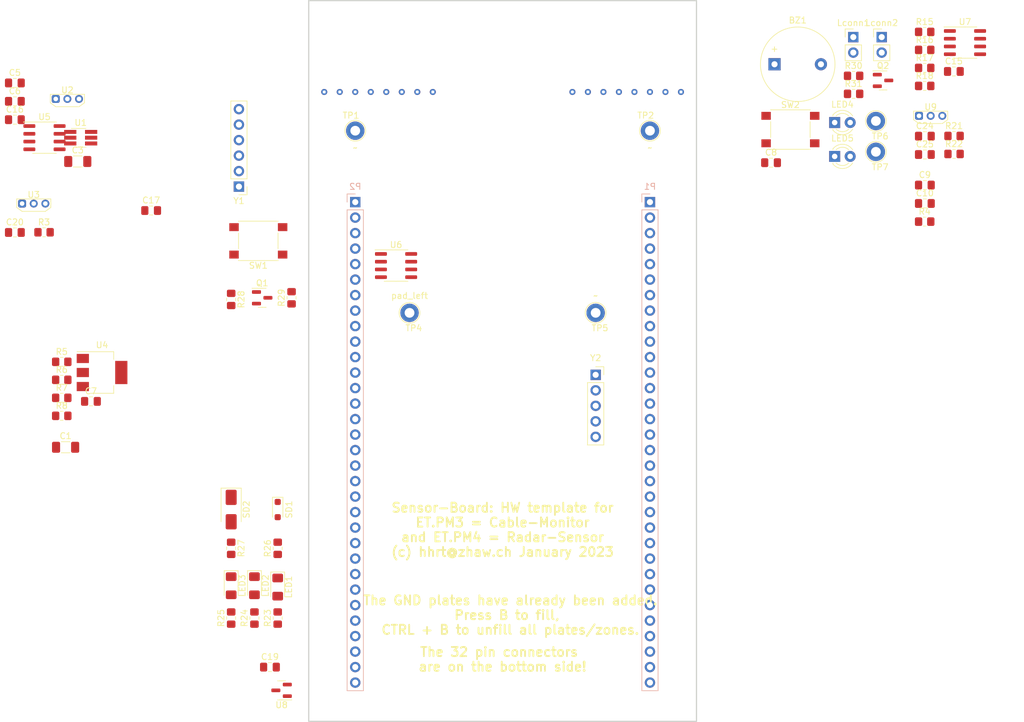
<source format=kicad_pcb>
(kicad_pcb (version 20221018) (generator pcbnew)
  (layers (0 "F.Cu" signal) (31 "B.Cu" signal) (34 "B.Paste" user) (35 "F.Paste" user) (36 "B.SilkS" user "B.Silkscreen") (37 "F.SilkS" user "F.Silkscreen") (38 "B.Mask" user) (39 "F.Mask" user) (44 "Edge.Cuts" user))
  (net 0 "")
  (net 1 "+5V")
  (net 2 "GND")
  (net 3 "PC13")
  (net 4 "PE5")
  (net 5 "PE3")
  (net 6 "PB7")
  (net 7 "Net-(LED1-A)")
  (net 8 "Net-(LED2-A)")
  (net 9 "PG14_")
  (net 10 "Net-(LED3-A)")
  (net 13 "PD4")
  (net 14 "PD2")
  (net 15 "PD0_")
  (net 16 "PC11")
  (net 26 "+3V0")
  (net 27 "PF6")
  (net 28 "PF8_")
  (net 31 "PC1_")
  (net 32 "PC3")
  (net 35 "PA5")
  (net 42 "PE7_")
  (net 43 "PE9_")
  (net 44 "PE11_")
  (net 45 "PE13_")
  (net 46 "PE15_")
  (net 50 "PD9_")
  (net 53 "PD15_")
  (net 54 "PG3")
  (net 55 "pad_left")
  (net 57 "pad_right")
  (net 67 "Net-(Q1-D)")
  (net 68 "Enable")
  (net 69 "VGND")
  (net 70 "Net-(SD1-A)")
  (net 71 "Net-(SD2-A)")
  (net 72 "Net-(C10-Pad1)")
  (net 73 "Net-(U4A--)")
  (net 74 "PE6")
  (net 75 "PA9")
  (net 76 "PA10")
  (net 77 "Net-(C8-Pad1)")
  (net 80 "Net-(C11-Pad1)")
  (net 83 "Net-(U4B--)")
  (net 84 "Net-(C9-Pad1)")
  (net 85 "Net-(BZ1-+)")
  (net 86 "Net-(U4-VI)")
  (net 87 "HS_left")
  (net 88 "HS_right")
  (net 89 "Net-(LED4-A)")
  (net 90 "Net-(LED5-A)")
  (net 91 "Net-(R15-Pad1)")
  (net 92 "Net-(U7A--)")
  (net 93 "Net-(C20-Pad1)")
  (net 94 "Net-(R17-Pad1)")
  (net 95 "Net-(U7B--)")
  (net 96 "Net-(C21-Pad1)")
  (net 99 "Net-(U5A--)")
  (net 100 "Net-(U5B--)")
  (net 101 "Net-(U6A--)")
  (net 102 "Net-(U6B--)")
  (net 103 "Net-(U7A-+)")
  (net 104 "Net-(U7B-+)")
  (footprint "Package_TO_SOT_SMD:TSOT-23-6_HandSoldering" (layer "F.Cu") (at 66.798 55.753)
    (fp_text reference "U1" (at 0 -2.45) (layer "F.SilkS"))
    (fp_text value "SiP32508")
    (pad "1" smd rect (at -1.71 -0.95) (size 2 0.65) (layers "F.Cu" "F.Paste" "F.Mask") (net 86 "Net-(U4-VI)"))
    (pad "2" smd rect (at -1.71 0) (size 2 0.65) (layers "F.Cu" "F.Paste" "F.Mask") (net 86 "Net-(U4-VI)"))
    (pad "3" smd rect (at -1.71 0.95) (size 2 0.65) (layers "F.Cu" "F.Paste" "F.Mask") (net 68 "Enable"))
    (pad "4" smd rect (at 1.71 0.95) (size 2 0.65) (layers "F.Cu" "F.Paste" "F.Mask") (net 2 "GND"))
    (pad "5" smd rect (at 1.71 0) (size 2 0.65) (layers "F.Cu" "F.Paste" "F.Mask") (net 1 "+5V"))
    (pad "6" smd rect (at 1.71 -0.95) (size 2 0.65) (layers "F.Cu" "F.Paste" "F.Mask") (net 1 "+5V"))
  )
  (footprint "Package_TO_SOT_SMD:SOT-23" (layer "F.Cu") (at 96.52 81.99)
    (fp_text reference "Q1" (at 0 -2.4) (layer "F.SilkS"))
    (fp_text value "BSS316N")
    (pad "1" smd roundrect (at -0.9375 -0.95) (size 1.475 0.6) (layers "F.Cu" "F.Paste" "F.Mask") (net 68 "Enable"))
    (pad "2" smd roundrect (at -0.9375 0.95) (size 1.475 0.6) (layers "F.Cu" "F.Paste" "F.Mask") (net 2 "GND"))
    (pad "3" smd roundrect (at 0.9375 0) (size 1.475 0.6) (layers "F.Cu" "F.Paste" "F.Mask") (net 67 "Net-(Q1-D)"))
  )
  (footprint "Package_SO:SOIC-8_3.9x4.9mm_P1.27mm" (layer "F.Cu") (at 60.868 55.753)
    (fp_text reference "U5" (at 0 -3.4) (layer "F.SilkS"))
    (fp_text value "MCP6002-xSN")
    (pad "1" smd roundrect (at -2.475 -1.905) (size 1.95 0.6) (layers "F.Cu" "F.Paste" "F.Mask") (net 99 "Net-(U5A--)"))
    (pad "2" smd roundrect (at -2.475 -0.635) (size 1.95 0.6) (layers "F.Cu" "F.Paste" "F.Mask") (net 99 "Net-(U5A--)"))
    (pad "3" smd roundrect (at -2.475 0.635) (size 1.95 0.6) (layers "F.Cu" "F.Paste" "F.Mask") (net 55 "pad_left"))
    (pad "4" smd roundrect (at -2.475 1.905) (size 1.95 0.6) (layers "F.Cu" "F.Paste" "F.Mask") (net 2 "GND"))
    (pad "5" smd roundrect (at 2.475 1.905) (size 1.95 0.6) (layers "F.Cu" "F.Paste" "F.Mask") (net 69 "VGND"))
    (pad "6" smd roundrect (at 2.475 0.635) (size 1.95 0.6) (layers "F.Cu" "F.Paste" "F.Mask") (net 100 "Net-(U5B--)"))
    (pad "7" smd roundrect (at 2.475 -0.635) (size 1.95 0.6) (layers "F.Cu" "F.Paste" "F.Mask") (net 27 "PF6"))
    (pad "8" smd roundrect (at 2.475 -1.905) (size 1.95 0.6) (layers "F.Cu" "F.Paste" "F.Mask") (net 26 "+3V0"))
  )
  (footprint "Capacitor_SMD:C_0805_2012Metric_Pad1.18x1.45mm_HandSolder" (layer "F.Cu") (at 56.018 71.283)
    (fp_text reference "C20" (at 0 -1.68) (layer "F.SilkS"))
    (fp_text value "100n")
    (pad "1" smd roundrect (at -1.0375 0) (size 1.175 1.45) (layers "F.Cu" "F.Paste" "F.Mask") (roundrect_rratio 0.212766) (net 26 "+3V0"))
    (pad "2" smd roundrect (at 1.0375 0) (size 1.175 1.45) (layers "F.Cu" "F.Paste" "F.Mask") (roundrect_rratio 0.212766) (net 2 "GND"))
  )
  (footprint "Resistor_SMD:R_0805_2012Metric_Pad1.20x1.40mm_HandSolder" (layer "F.Cu") (at 101.33 81.99 90)
    (fp_text reference "R29" (at 0 -1.65 90) (layer "F.SilkS"))
    (fp_text value "10")
    (pad "1" smd roundrect (at -1 0 90) (size 1.2 1.4) (layers "F.Cu" "F.Paste" "F.Mask") (roundrect_rratio 0.208333) (net 1 "+5V"))
    (pad "2" smd roundrect (at 1 0 90) (size 1.2 1.4) (layers "F.Cu" "F.Paste" "F.Mask") (roundrect_rratio 0.208333) (net 67 "Net-(Q1-D)"))
  )
  (footprint "Resistor_SMD:R_0805_2012Metric_Pad1.20x1.40mm_HandSolder" (layer "F.Cu") (at 95.25 134.4725 90)
    (fp_text reference "R24" (at 0 -1.65 90) (layer "F.SilkS"))
    (fp_text value "100")
    (pad "1" smd roundrect (at -1 0 90) (size 1.2 1.4) (layers "F.Cu" "F.Paste" "F.Mask") (roundrect_rratio 0.208333) (net 68 "Enable"))
    (pad "2" smd roundrect (at 1 0 90) (size 1.2 1.4) (layers "F.Cu" "F.Paste" "F.Mask") (roundrect_rratio 0.208333) (net 70 "Net-(SD1-A)"))
  )
  (footprint "Resistor_SMD:R_0805_2012Metric_Pad1.20x1.40mm_HandSolder" (layer "F.Cu") (at 209.82 58.42)
    (fp_text reference "R22" (at 0 -1.65) (layer "F.SilkS"))
    (fp_text value "47")
    (pad "1" smd roundrect (at -1 0) (size 1.2 1.4) (layers "F.Cu" "F.Paste" "F.Mask") (roundrect_rratio 0.208333) (net 68 "Enable"))
    (pad "2" smd roundrect (at 1 0) (size 1.2 1.4) (layers "F.Cu" "F.Paste" "F.Mask") (roundrect_rratio 0.208333) (net 8 "Net-(LED2-A)"))
  )
  (footprint "Package_SO:SOIC-8_3.9x4.9mm_P1.27mm" (layer "F.Cu") (at 118.4425 76.708)
    (fp_text reference "U6" (at 0 -3.4) (layer "F.SilkS"))
    (fp_text value "MCP6002-xSN")
    (pad "1" smd roundrect (at -2.475 -1.905) (size 1.95 0.6) (layers "F.Cu" "F.Paste" "F.Mask") (net 101 "Net-(U6A--)"))
    (pad "2" smd roundrect (at -2.475 -0.635) (size 1.95 0.6) (layers "F.Cu" "F.Paste" "F.Mask") (net 101 "Net-(U6A--)"))
    (pad "3" smd roundrect (at -2.475 0.635) (size 1.95 0.6) (layers "F.Cu" "F.Paste" "F.Mask") (net 57 "pad_right"))
    (pad "4" smd roundrect (at -2.475 1.905) (size 1.95 0.6) (layers "F.Cu" "F.Paste" "F.Mask") (net 26 "+3V0"))
    (pad "5" smd roundrect (at 2.475 1.905) (size 1.95 0.6) (layers "F.Cu" "F.Paste" "F.Mask") (net 69 "VGND"))
    (pad "6" smd roundrect (at 2.475 0.635) (size 1.95 0.6) (layers "F.Cu" "F.Paste" "F.Mask") (net 102 "Net-(U6B--)"))
    (pad "7" smd roundrect (at 2.475 -0.635) (size 1.95 0.6) (layers "F.Cu" "F.Paste" "F.Mask") (net 32 "PC3"))
    (pad "8" smd roundrect (at 2.475 -1.905) (size 1.95 0.6) (layers "F.Cu" "F.Paste" "F.Mask") (net 2 "GND"))
  )
  (footprint "Button_Switch_SMD:SW_SPST_PTS645" (layer "F.Cu") (at 95.885 72.66 180)
    (fp_text reference "SW1" (at 0 -4.05) (layer "F.SilkS"))
    (fp_text value "type=\"R\" model=\"SW_Push\" lib=\"\"")
    (pad "1" smd rect (at -3.98 -2.25 180) (size 1.55 1.3) (layers "F.Cu" "F.Paste" "F.Mask"))
    (pad "1" smd rect (at 3.98 -2.25 180) (size 1.55 1.3) (layers "F.Cu" "F.Paste" "F.Mask"))
    (pad "2" smd rect (at -3.98 2.25 180) (size 1.55 1.3) (layers "F.Cu" "F.Paste" "F.Mask"))
    (pad "2" smd rect (at 3.98 2.25 180) (size 1.55 1.3) (layers "F.Cu" "F.Paste" "F.Mask"))
  )
  (footprint "Capacitor_SMD:C_0805_2012Metric_Pad1.18x1.45mm_HandSolder" (layer "F.Cu") (at 205.04 66.53)
    (fp_text reference "C10" (at 0 -1.68) (layer "F.SilkS"))
    (fp_text value "100n")
    (pad "1" smd roundrect (at -1.0375 0) (size 1.175 1.45) (layers "F.Cu" "F.Paste" "F.Mask") (roundrect_rratio 0.212766) (net 26 "+3V0"))
    (pad "2" smd roundrect (at 1.0375 0) (size 1.175 1.45) (layers "F.Cu" "F.Paste" "F.Mask") (roundrect_rratio 0.212766) (net 2 "GND"))
  )
  (footprint "Resistor_SMD:R_0805_2012Metric_Pad1.20x1.40mm_HandSolder" (layer "F.Cu") (at 193.37 48.57)
    (fp_text reference "R31" (at 0 -1.65) (layer "F.SilkS"))
    (fp_text value "62")
    (pad "1" smd roundrect (at -1 0) (size 1.2 1.4) (layers "F.Cu" "F.Paste" "F.Mask") (roundrect_rratio 0.208333) (net 5 "PE3"))
    (pad "2" smd roundrect (at 1 0) (size 1.2 1.4) (layers "F.Cu" "F.Paste" "F.Mask") (roundrect_rratio 0.208333) (net 90 "Net-(LED5-A)"))
  )
  (footprint "LED_SMD:LED_1206_3216Metric_Pad1.42x1.75mm_HandSolder" (layer "F.Cu") (at 95.25 129.175 -90)
    (fp_text reference "LED2" (at 0 -1.82 90) (layer "F.SilkS"))
    (fp_text value "LEDgreen")
    (pad "1" smd roundrect (at -1.4875 0 270) (size 1.425 1.75) (layers "F.Cu" "F.Paste" "F.Mask") (roundrect_rratio 0.175439) (net 2 "GND"))
    (pad "2" smd roundrect (at 1.4875 0 270) (size 1.425 1.75) (layers "F.Cu" "F.Paste" "F.Mask") (roundrect_rratio 0.175439) (net 8 "Net-(LED2-A)"))
  )
  (footprint "TestPoint:TestPoint_Loop_D2.60mm_Drill1.6mm_Beaded" (layer "F.Cu") (at 197.02 58.07)
    (fp_text reference "TP7" (at 0.7 2.5) (layer "F.SilkS"))
    (fp_text value "HS_right")
    (pad "1" thru_hole circle (at 0 0) (size 3 3) (drill 1.6) (layers "*.Cu" "*.Mask") (net 31 "PC1_"))
  )
  (footprint "HW_template:Radar_K-LC5" (layer "F.Cu") (at 151.13 94.615)
    (fp_text reference "Y2" (at 0 -2.77) (layer "F.SilkS"))
    (fp_text value "Radar K-LC5-RFB-00C")
    (pad "1" thru_hole rect (at 0 0) (size 1.7 1.7) (drill 1) (layers "*.Cu" "*.Mask"))
    (pad "2" thru_hole oval (at 0 2.54) (size 1.7 1.7) (drill 1) (layers "*.Cu" "*.Mask") (net 26 "+3V0"))
    (pad "3" thru_hole oval (at 0 5.08) (size 1.7 1.7) (drill 1) (layers "*.Cu" "*.Mask"))
    (pad "4" thru_hole oval (at 0 7.62) (size 1.7 1.7) (drill 1) (layers "*.Cu" "*.Mask") (net 2 "GND"))
    (pad "5" thru_hole oval (at 0 10.16) (size 1.7 1.7) (drill 1) (layers "*.Cu" "*.Mask") (net 35 "PA5"))
  )
  (footprint "HW_template:TO-92Flat_wide" (layer "F.Cu") (at 57.838 66.553)
    (fp_text reference "U3" (at 1.27 -1.45) (layer "F.SilkS"))
    (fp_text value "DRV5053_THT")
    (pad "1" thru_hole roundrect (at -0.635 0) (size 1.3 1.3) (drill 0.75) (layers "*.Cu" "*.Mask") (roundrect_rratio 0.238) (net 26 "+3V0"))
    (pad "2" thru_hole oval (at 1.27 0) (size 1.3 1.3) (drill 0.75) (layers "*.Cu" "*.Mask") (net 2 "GND"))
    (pad "3" thru_hole oval (at 3.175 0) (size 1.3 1.3) (drill 0.75) (layers "*.Cu" "*.Mask") (net 88 "HS_right"))
  )
  (footprint "TestPoint:TestPoint_Loop_D2.60mm_Drill1.6mm_Beaded" (layer "F.Cu") (at 120.65 84.455)
    (fp_text reference "TP4" (at 0.7 2.5) (layer "F.SilkS"))
    (fp_text value "pad_left" (at 0 -2.8) (layer "F.SilkS"))
    (pad "1" thru_hole circle (at 0 0) (size 3 3) (drill 1.6) (layers "*.Cu" "*.Mask") (net 27 "PF6"))
  )
  (footprint "Diode_SMD:D_SOD-323_HandSoldering" (layer "F.Cu") (at 99.06 116.6925 -90)
    (fp_text reference "SD1" (at 0 -1.85 90) (layer "F.SilkS"))
    (fp_text value "SD103AWS")
    (pad "1" smd roundrect (at -1.25 0 270) (size 1 1) (layers "F.Cu" "F.Paste" "F.Mask") (net 2 "GND"))
    (pad "2" smd roundrect (at 1.25 0 270) (size 1 1) (layers "F.Cu" "F.Paste" "F.Mask") (net 70 "Net-(SD1-A)"))
  )
  (footprint "Capacitor_SMD:C_0805_2012Metric_Pad1.18x1.45mm_HandSolder" (layer "F.Cu") (at 78.3375 67.691)
    (fp_text reference "C17" (at 0 -1.68) (layer "F.SilkS"))
    (fp_text value "100nF")
    (pad "1" smd roundrect (at -1.0375 0) (size 1.175 1.45) (layers "F.Cu" "F.Paste" "F.Mask") (roundrect_rratio 0.212766) (net 2 "GND"))
    (pad "2" smd roundrect (at 1.0375 0) (size 1.175 1.45) (layers "F.Cu" "F.Paste" "F.Mask") (roundrect_rratio 0.212766) (net 26 "+3V0"))
  )
  (footprint "Resistor_SMD:R_0805_2012Metric_Pad1.20x1.40mm_HandSolder" (layer "F.Cu") (at 205.01 44.32)
    (fp_text reference "R17" (at 0 -1.65) (layer "F.SilkS"))
    (fp_text value "1M")
    (pad "1" smd roundrect (at -1 0) (size 1.2 1.4) (layers "F.Cu" "F.Paste" "F.Mask") (roundrect_rratio 0.208333) (net 94 "Net-(R17-Pad1)"))
    (pad "2" smd roundrect (at 1 0) (size 1.2 1.4) (layers "F.Cu" "F.Paste" "F.Mask") (roundrect_rratio 0.208333) (net 95 "Net-(U7B--)"))
  )
  (footprint "Resistor_SMD:R_0805_2012Metric_Pad1.20x1.40mm_HandSolder" (layer "F.Cu") (at 209.82 55.47)
    (fp_text reference "R21" (at 0 -1.65) (layer "F.SilkS"))
    (fp_text value "65")
    (pad "1" smd roundrect (at -1 0) (size 1.2 1.4) (layers "F.Cu" "F.Paste" "F.Mask") (roundrect_rratio 0.208333) (net 68 "Enable"))
    (pad "2" smd roundrect (at 1 0) (size 1.2 1.4) (layers "F.Cu" "F.Paste" "F.Mask") (roundrect_rratio 0.208333) (net 7 "Net-(LED1-A)"))
  )
  (footprint "Resistor_SMD:R_0805_2012Metric_Pad1.20x1.40mm_HandSolder" (layer "F.Cu") (at 63.696 95.434)
    (fp_text reference "R6" (at 0 -1.65) (layer "F.SilkS"))
    (fp_text value "1k")
    (pad "1" smd roundrect (at -1 0) (size 1.2 1.4) (layers "F.Cu" "F.Paste" "F.Mask") (roundrect_rratio 0.208333) (net 73 "Net-(U4A--)"))
    (pad "2" smd roundrect (at 1 0) (size 1.2 1.4) (layers "F.Cu" "F.Paste" "F.Mask") (roundrect_rratio 0.208333) (net 77 "Net-(C8-Pad1)"))
  )
  (footprint "Capacitor_SMD:C_0805_2012Metric_Pad1.18x1.45mm_HandSolder" (layer "F.Cu") (at 205.04 63.52)
    (fp_text reference "C9" (at 0 -1.68) (layer "F.SilkS"))
    (fp_text value "100n")
    (pad "1" smd roundrect (at -1.0375 0) (size 1.175 1.45) (layers "F.Cu" "F.Paste" "F.Mask") (roundrect_rratio 0.212766) (net 26 "+3V0"))
    (pad "2" smd roundrect (at 1.0375 0) (size 1.175 1.45) (layers "F.Cu" "F.Paste" "F.Mask") (roundrect_rratio 0.212766) (net 2 "GND"))
  )
  (footprint "Resistor_SMD:R_0805_2012Metric_Pad1.20x1.40mm_HandSolder" (layer "F.Cu") (at 60.798 71.253)
    (fp_text reference "R3" (at 0 -1.65) (layer "F.SilkS"))
    (fp_text value "1M")
    (pad "1" smd roundrect (at -1 0) (size 1.2 1.4) (layers "F.Cu" "F.Paste" "F.Mask") (roundrect_rratio 0.208333) (net 55 "pad_left"))
    (pad "2" smd roundrect (at 1 0) (size 1.2 1.4) (layers "F.Cu" "F.Paste" "F.Mask") (roundrect_rratio 0.208333) (net 69 "VGND"))
  )
  (footprint "Capacitor_SMD:C_0805_2012Metric_Pad1.18x1.45mm_HandSolder" (layer "F.Cu") (at 56.018 52.803)
    (fp_text reference "C16" (at 0 -1.68) (layer "F.SilkS"))
    (fp_text value "100nF")
    (pad "1" smd roundrect (at -1.0375 0) (size 1.175 1.45) (layers "F.Cu" "F.Paste" "F.Mask") (roundrect_rratio 0.212766) (net 2 "GND"))
    (pad "2" smd roundrect (at 1.0375 0) (size 1.175 1.45) (layers "F.Cu" "F.Paste" "F.Mask") (roundrect_rratio 0.212766) (net 26 "+3V0"))
  )
  (footprint "HW_template:TO-92Flat_wide" (layer "F.Cu") (at 63.348 49.403)
    (fp_text reference "U2" (at 1.27 -1.45) (layer "F.SilkS"))
    (fp_text value "DRV5053_THT")
    (pad "1" thru_hole roundrect (at -0.635 0) (size 1.3 1.3) (drill 0.75) (layers "*.Cu" "*.Mask") (roundrect_rratio 0.238) (net 26 "+3V0"))
    (pad "2" thru_hole oval (at 1.27 0) (size 1.3 1.3) (drill 0.75) (layers "*.Cu" "*.Mask") (net 2 "GND"))
    (pad "3" thru_hole oval (at 3.175 0) (size 1.3 1.3) (drill 0.75) (layers "*.Cu" "*.Mask") (net 87 "HS_left"))
  )
  (footprint "TestPoint:TestPoint_Loop_D2.60mm_Drill1.6mm_Beaded" (layer "F.Cu") (at 160.02 54.61 180)
    (fp_text reference "TP2" (at 0.7 2.5) (layer "F.SilkS"))
    (fp_text value "~" (at 0 -2.8) (layer "F.SilkS"))
    (pad "1" thru_hole circle (at 0 0 180) (size 3 3) (drill 1.6) (layers "*.Cu" "*.Mask") (net 2 "GND"))
  )
  (footprint "Resistor_SMD:R_0805_2012Metric_Pad1.20x1.40mm_HandSolder" (layer "F.Cu") (at 63.696 98.384)
    (fp_text reference "R7" (at 0 -1.65) (layer "F.SilkS"))
    (fp_text value "100k")
    (pad "1" smd roundrect (at -1 0) (size 1.2 1.4) (layers "F.Cu" "F.Paste" "F.Mask") (roundrect_rratio 0.208333) (net 80 "Net-(C11-Pad1)"))
    (pad "2" smd roundrect (at 1 0) (size 1.2 1.4) (layers "F.Cu" "F.Paste" "F.Mask") (roundrect_rratio 0.208333) (net 83 "Net-(U4B--)"))
  )
  (footprint "Resistor_SMD:R_0805_2012Metric_Pad1.20x1.40mm_HandSolder" (layer "F.Cu") (at 205.01 69.51)
    (fp_text reference "R4" (at 0 -1.65) (layer "F.SilkS"))
    (fp_text value "1M")
    (pad "1" smd roundrect (at -1 0) (size 1.2 1.4) (layers "F.Cu" "F.Paste" "F.Mask") (roundrect_rratio 0.208333) (net 55 "pad_left"))
    (pad "2" smd roundrect (at 1 0) (size 1.2 1.4) (layers "F.Cu" "F.Paste" "F.Mask") (roundrect_rratio 0.208333) (net 69 "VGND"))
  )
  (footprint "Resistor_SMD:R_0805_2012Metric_Pad1.20x1.40mm_HandSolder" (layer "F.Cu") (at 193.37 45.62)
    (fp_text reference "R30" (at 0 -1.65) (layer "F.SilkS"))
    (fp_text value "62")
    (pad "1" smd roundrect (at -1 0) (size 1.2 1.4) (layers "F.Cu" "F.Paste" "F.Mask") (roundrect_rratio 0.208333) (net 4 "PE5"))
    (pad "2" smd roundrect (at 1 0) (size 1.2 1.4) (layers "F.Cu" "F.Paste" "F.Mask") (roundrect_rratio 0.208333) (net 89 "Net-(LED4-A)"))
  )
  (footprint "Resistor_SMD:R_0805_2012Metric_Pad1.20x1.40mm_HandSolder" (layer "F.Cu") (at 205.01 38.42)
    (fp_text reference "R15" (at 0 -1.65) (layer "F.SilkS"))
    (fp_text value "1M")
    (pad "1" smd roundrect (at -1 0) (size 1.2 1.4) (layers "F.Cu" "F.Paste" "F.Mask") (roundrect_rratio 0.208333) (net 91 "Net-(R15-Pad1)"))
    (pad "2" smd roundrect (at 1 0) (size 1.2 1.4) (layers "F.Cu" "F.Paste" "F.Mask") (roundrect_rratio 0.208333) (net 92 "Net-(U7A--)"))
  )
  (footprint "Capacitor_SMD:C_0805_2012Metric_Pad1.18x1.45mm_HandSolder" (layer "F.Cu") (at 205.04 55.5)
    (fp_text reference "C24" (at 0 -1.68) (layer "F.SilkS"))
    (fp_text value "100nF")
    (pad "1" smd roundrect (at -1.0375 0) (size 1.175 1.45) (layers "F.Cu" "F.Paste" "F.Mask") (roundrect_rratio 0.212766) (net 2 "GND"))
    (pad "2" smd roundrect (at 1.0375 0) (size 1.175 1.45) (layers "F.Cu" "F.Paste" "F.Mask") (roundrect_rratio 0.212766) (net 26 "+3V0"))
  )
  (footprint "Capacitor_SMD:C_0805_2012Metric_Pad1.18x1.45mm_HandSolder" (layer "F.Cu") (at 97.79 142.51)
    (fp_text reference "C19" (at 0 -1.68) (layer "F.SilkS"))
    (fp_text value "100nF")
    (pad "1" smd roundrect (at -1.0375 0) (size 1.175 1.45) (layers "F.Cu" "F.Paste" "F.Mask") (roundrect_rratio 0.212766) (net 2 "GND"))
    (pad "2" smd roundrect (at 1.0375 0) (size 1.175 1.45) (layers "F.Cu" "F.Paste" "F.Mask") (roundrect_rratio 0.212766) (net 26 "+3V0"))
  )
  (footprint "Resistor_SMD:R_0805_2012Metric_Pad1.20x1.40mm_HandSolder" (layer "F.Cu") (at 99.06 123.0425 90)
    (fp_text reference "R26" (at 0 -1.65 90) (layer "F.SilkS"))
    (fp_text value "100k")
    (pad "1" smd roundrect (at -1 0 90) (size 1.2 1.4) (layers "F.Cu" "F.Paste" "F.Mask") (roundrect_rratio 0.208333) (net 68 "Enable"))
    (pad "2" smd roundrect (at 1 0 90) (size 1.2 1.4) (layers "F.Cu" "F.Paste" "F.Mask") (roundrect_rratio 0.208333) (net 2 "GND"))
  )
  (footprint "Capacitor_SMD:C_0805_2012Metric_Pad1.18x1.45mm_HandSolder" (layer "F.Cu") (at 56.018 46.783)
    (fp_text reference "C5" (at 0 -1.68) (layer "F.SilkS"))
    (fp_text value "100nF")
    (pad "1" smd roundrect (at -1.0375 0) (size 1.175 1.45) (layers "F.Cu" "F.Paste" "F.Mask") (roundrect_rratio 0.212766) (net 2 "GND"))
    (pad "2" smd roundrect (at 1.0375 0) (size 1.175 1.45) (layers "F.Cu" "F.Paste" "F.Mask") (roundrect_rratio 0.212766) (net 26 "+3V0"))
  )
  (footprint "Package_TO_SOT_SMD:SOT-223-3_TabPin2" (layer "F.Cu") (at 70.296 94.234)
    (fp_text reference "U4" (at 0 -4.5) (layer "F.SilkS"))
    (fp_text value "LD1117S33TR")
    (pad "1" smd rect (at -3.15 -2.3) (size 2 1.5) (layers "F.Cu" "F.Paste" "F.Mask") (net 2 "GND"))
    (pad "2" smd rect (at -3.15 0) (size 2 1.5) (layers "F.Cu" "F.Paste" "F.Mask") (net 26 "+3V0"))
    (pad "2" smd rect (at 3.15 0) (size 2 3.8) (layers "F.Cu" "F.Paste" "F.Mask") (net 26 "+3V0"))
    (pad "3" smd rect (at -3.15 2.3) (size 2 1.5) (layers "F.Cu" "F.Paste" "F.Mask") (net 86 "Net-(U4-VI)"))
  )
  (footprint "LED_SMD:LED_1206_3216Metric_Pad1.42x1.75mm_HandSolder" (layer "F.Cu") (at 99.06 129.3925 -90)
    (fp_text reference "LED1" (at 0 -1.82 90) (layer "F.SilkS"))
    (fp_text value "LEDblue")
    (pad "1" smd roundrect (at -1.4875 0 270) (size 1.425 1.75) (layers "F.Cu" "F.Paste" "F.Mask") (roundrect_rratio 0.175439) (net 2 "GND"))
    (pad "2" smd roundrect (at 1.4875 0 270) (size 1.425 1.75) (layers "F.Cu" "F.Paste" "F.Mask") (roundrect_rratio 0.175439) (net 7 "Net-(LED1-A)"))
  )
  (footprint "Resistor_SMD:R_0805_2012Metric_Pad1.20x1.40mm_HandSolder" (layer "F.Cu") (at 91.44 134.4725 90)
    (fp_text reference "R25" (at 0 -1.65 90) (layer "F.SilkS"))
    (fp_text value "100")
    (pad "1" smd roundrect (at -1 0 90) (size 1.2 1.4) (layers "F.Cu" "F.Paste" "F.Mask") (roundrect_rratio 0.208333) (net 68 "Enable"))
    (pad "2" smd roundrect (at 1 0 90) (size 1.2 1.4) (layers "F.Cu" "F.Paste" "F.Mask") (roundrect_rratio 0.208333) (net 71 "Net-(SD2-A)"))
  )
  (footprint "LED_SMD:LED_1206_3216Metric_Pad1.42x1.75mm_HandSolder" (layer "F.Cu") (at 91.44 129.175 -90)
    (fp_text reference "LED3" (at 0 -1.82 90) (layer "F.SilkS"))
    (fp_text value "LEDred")
    (pad "1" smd roundrect (at -1.4875 0 270) (size 1.425 1.75) (layers "F.Cu" "F.Paste" "F.Mask") (roundrect_rratio 0.175439) (net 2 "GND"))
    (pad "2" smd roundrect (at 1.4875 0 270) (size 1.425 1.75) (layers "F.Cu" "F.Paste" "F.Mask") (roundrect_rratio 0.175439) (net 10 "Net-(LED3-A)"))
  )
  (footprint "Connector_PinHeader_2.54mm:PinHeader_1x06_P2.54mm_Vertical" (layer "F.Cu") (at 92.71 63.77 180)
    (fp_text reference "Y1" (at 0 -2.33) (layer "F.SilkS"))
    (fp_text value "OpenLog")
    (pad "1" thru_hole rect (at 0 0 180) (size 1.7 1.7) (drill 1) (layers "*.Cu" "*.Mask") (net 74 "PE6"))
    (pad "2" thru_hole oval (at 0 2.54 180) (size 1.7 1.7) (drill 1) (layers "*.Cu" "*.Mask") (net 75 "PA9"))
    (pad "3" thru_hole oval (at 0 5.08 180) (size 1.7 1.7) (drill 1) (layers "*.Cu" "*.Mask") (net 76 "PA10"))
    (pad "4" thru_hole oval (at 0 7.62 180) (size 1.7 1.7) (drill 1) (layers "*.Cu" "*.Mask") (net 1 "+5V"))
    (pad "5" thru_hole oval (at 0 10.16 180) (size 1.7 1.7) (drill 1) (layers "*.Cu" "*.Mask") (net 2 "GND"))
    (pad "6" thru_hole oval (at 0 12.7 180) (size 1.7 1.7) (drill 1) (layers "*.Cu" "*.Mask") (net 2 "GND"))
  )
  (footprint "Capacitor_SMD:C_0805_2012Metric_Pad1.18x1.45mm_HandSolder" (layer "F.Cu") (at 209.79 44.9)
    (fp_text reference "C15" (at 0 -1.68) (layer "F.SilkS"))
    (fp_text value "100n")
    (pad "1" smd roundrect (at -1.0375 0) (size 1.175 1.45) (layers "F.Cu" "F.Paste" "F.Mask") (roundrect_rratio 0.212766) (net 26 "+3V0"))
    (pad "2" smd roundrect (at 1.0375 0) (size 1.175 1.45) (layers "F.Cu" "F.Paste" "F.Mask") (roundrect_rratio 0.212766) (net 2 "GND"))
  )
  (footprint "Resistor_SMD:R_0805_2012Metric_Pad1.20x1.40mm_HandSolder" (layer "F.Cu") (at 205.01 41.37)
    (fp_text reference "R16" (at 0 -1.65) (layer "F.SilkS"))
    (fp_text value "1k")
    (pad "1" smd roundrect (at -1 0) (size 1.2 1.4) (layers "F.Cu" "F.Paste" "F.Mask") (roundrect_rratio 0.208333) (net 92 "Net-(U7A--)"))
    (pad "2" smd roundrect (at 1 0) (size 1.2 1.4) (layers "F.Cu" "F.Paste" "F.Mask") (roundrect_rratio 0.208333) (net 93 "Net-(C20-Pad1)"))
  )
  (footprint "TestPoint:TestPoint_Loop_D2.60mm_Drill1.6mm_Beaded" (layer "F.Cu") (at 151.13 84.455)
    (fp_text reference "TP5" (at 0.7 2.5) (layer "F.SilkS"))
    (fp_text value "~" (at 0 -2.8) (layer "F.SilkS"))
    (pad "1" thru_hole circle (at 0 0) (size 3 3) (drill 1.6) (layers "*.Cu" "*.Mask") (net 32 "PC3"))
  )
  (footprint "Capacitor_SMD:C_1206_3216Metric_Pad1.33x1.80mm_HandSolder" (layer "F.Cu") (at 64.326 106.484)
    (fp_text reference "C1" (at 0 -1.85) (layer "F.SilkS"))
    (fp_text value "100uF")
    (pad "1" smd roundrect (at -1.5625 0) (size 1.325 1.8) (layers "F.Cu" "F.Paste" "F.Mask") (roundrect_rratio 0.188679) (net 26 "+3V0"))
    (pad "2" smd roundrect (at 1.5625 0) (size 1.325 1.8) (layers "F.Cu" "F.Paste" "F.Mask") (roundrect_rratio 0.188679) (net 2 "GND"))
  )
  (footprint "Capacitor_SMD:C_0805_2012Metric_Pad1.18x1.45mm_HandSolder" (layer "F.Cu") (at 179.85 59.85)
    (fp_text reference "C8" (at 0 -1.68) (layer "F.SilkS"))
    (fp_text value "10uF")
    (pad "1" smd roundrect (at -1.0375 0) (size 1.175 1.45) (layers "F.Cu" "F.Paste" "F.Mask") (roundrect_rratio 0.212766) (net 26 "+3V0"))
    (pad "2" smd roundrect (at 1.0375 0) (size 1.175 1.45) (layers "F.Cu" "F.Paste" "F.Mask") (roundrect_rratio 0.212766) (net 2 "GND"))
  )
  (footprint "Resistor_SMD:R_0805_2012Metric_Pad1.20x1.40mm_HandSolder" (layer "F.Cu") (at 99.06 134.4725 90)
    (fp_text reference "R23" (at 0 -1.65 90) (layer "F.SilkS"))
    (fp_text value "100")
    (pad "1" smd roundrect (at -1 0 90) (size 1.2 1.4) (layers "F.Cu" "F.Paste" "F.Mask") (roundrect_rratio 0.208333) (net 68 "Enable"))
    (pad "2" smd roundrect (at 1 0 90) (size 1.2 1.4) (layers "F.Cu" "F.Paste" "F.Mask") (roundrect_rratio 0.208333) (net 10 "Net-(LED3-A)"))
  )
  (footprint "Button_Switch_SMD:SW_SPST_PTS645" (layer "F.Cu") (at 183.02 54.42)
    (fp_text reference "SW2" (at 0 -4.05) (layer "F.SilkS"))
    (fp_text value "type=\"R\" model=\"SW_Push\" lib=\"\"")
    (pad "1" smd rect (at -3.98 -2.25) (size 1.55 1.3) (layers "F.Cu" "F.Paste" "F.Mask"))
    (pad "1" smd rect (at 3.98 -2.25) (size 1.55 1.3) (layers "F.Cu" "F.Paste" "F.Mask"))
    (pad "2" smd rect (at -3.98 2.25) (size 1.55 1.3) (layers "F.Cu" "F.Paste" "F.Mask"))
    (pad "2" smd rect (at 3.98 2.25) (size 1.55 1.3) (layers "F.Cu" "F.Paste" "F.Mask"))
  )
  (footprint "Buzzer_Beeper:Buzzer_12x9.5RM7.6" (layer "F.Cu") (at 180.42 43.72)
    (fp_text reference "BZ1" (at 3.8 -7.2) (layer "F.SilkS"))
    (fp_text value "Buzzer")
    (fp_text user "+" (at -0.01 -2.54) (layer "F.SilkS"))
    (pad "1" thru_hole rect (at 0 0) (size 2 2) (drill 1) (layers "*.Cu" "*.Mask") (net 1 "+5V"))
    (pad "2" thru_hole circle (at 7.6 0) (size 2 2) (drill 1) (layers "*.Cu" "*.Mask") (net 85 "Net-(BZ1-+)"))
  )
  (footprint "Resistor_SMD:R_0805_2012Metric_Pad1.20x1.40mm_HandSolder" (layer "F.Cu") (at 91.44 123.0425 -90)
    (fp_text reference "R27" (at 0 -1.65 90) (layer "F.SilkS"))
    (fp_text value "10")
    (pad "1" smd roundrect (at -1 0 270) (size 1.2 1.4) (layers "F.Cu" "F.Paste" "F.Mask") (roundrect_rratio 0.208333) (net 1 "+5V"))
    (pad "2" smd roundrect (at 1 0 270) (size 1.2 1.4) (layers "F.Cu" "F.Paste" "F.Mask") (roundrect_rratio 0.208333) (net 67 "Net-(Q1-D)"))
  )
  (footprint "Diode_SMD:D_SMA" (layer "F.Cu") (at 91.44 116.6925 -90)
    (fp_text reference "SD2" (at 0 -2.5 90) (layer "F.SilkS"))
    (fp_text value "SS13L")
    (pad "1" smd roundrect (at -2 0 270) (size 2.5 1.8) (layers "F.Cu" "F.Paste" "F.Mask") (roundrect_rratio 0.1388888889) (net 2 "GND"))
    (pad "2" smd roundrect (at 2 0 270) (size 2.5 1.8) (layers "F.Cu" "F.Paste" "F.Mask") (roundrect_rratio 0.1388888889) (net 71 "Net-(SD2-A)"))
  )
  (footprint "LED_THT:LED_D3.0mm" (layer "F.Cu") (at 190.27 53.27)
    (fp_text reference "LED4" (at 1.27 -2.96) (layer "F.SilkS"))
    (fp_text value "LEDred_3mm")
    (pad "1" thru_hole rect (at 0 0) (size 1.8 1.8) (drill 0.9) (layers "*.Cu" "*.Mask") (net 2 "GND"))
    (pad "2" thru_hole circle (at 2.54 0) (size 1.8 1.8) (drill 0.9) (layers "*.Cu" "*.Mask") (net 89 "Net-(LED4-A)"))
  )
  (footprint "Capacitor_SMD:C_0805_2012Metric_Pad1.18x1.45mm_HandSolder" (layer "F.Cu") (at 205.04 58.51)
    (fp_text reference "C25" (at 0 -1.68) (layer "F.SilkS"))
    (fp_text value "100nF")
    (pad "1" smd roundrect (at -1.0375 0) (size 1.175 1.45) (layers "F.Cu" "F.Paste" "F.Mask") (roundrect_rratio 0.212766) (net 2 "GND"))
    (pad "2" smd roundrect (at 1.0375 0) (size 1.175 1.45) (layers "F.Cu" "F.Paste" "F.Mask") (roundrect_rratio 0.212766) (net 26 "+3V0"))
  )
  (footprint "TestPoint:TestPoint_Loop_D2.60mm_Drill1.6mm_Beaded" (layer "F.Cu") (at 197.02 53.02)
    (fp_text reference "TP6" (at 0.7 2.5) (layer "F.SilkS"))
    (fp_text value "HS_left")
    (pad "1" thru_hole circle (at 0 0) (size 3 3) (drill 1.6) (layers "*.Cu" "*.Mask") (net 28 "PF8_"))
  )
  (footprint "Resistor_SMD:R_0805_2012Metric_Pad1.20x1.40mm_HandSolder" (layer "F.Cu") (at 63.696 92.484)
    (fp_text reference "R5" (at 0 -1.65) (layer "F.SilkS"))
    (fp_text value "220k")
    (pad "1" smd roundrect (at -1 0) (size 1.2 1.4) (layers "F.Cu" "F.Paste" "F.Mask") (roundrect_rratio 0.208333) (net 72 "Net-(C10-Pad1)"))
    (pad "2" smd roundrect (at 1 0) (size 1.2 1.4) (layers "F.Cu" "F.Paste" "F.Mask") (roundrect_rratio 0.208333) (net 73 "Net-(U4A--)"))
  )
  (footprint "Resistor_SMD:R_0805_2012Metric_Pad1.20x1.40mm_HandSolder" (layer "F.Cu") (at 63.696 101.334)
    (fp_text reference "R8" (at 0 -1.65) (layer "F.SilkS"))
    (fp_text value "1k")
    (pad "1" smd roundrect (at -1 0) (size 1.2 1.4) (layers "F.Cu" "F.Paste" "F.Mask") (roundrect_rratio 0.208333) (net 83 "Net-(U4B--)"))
    (pad "2" smd roundrect (at 1 0) (size 1.2 1.4) (layers "F.Cu" "F.Paste" "F.Mask") (roundrect_rratio 0.208333) (net 84 "Net-(C9-Pad1)"))
  )
  (footprint "Package_TO_SOT_SMD:SOT-23" (layer "F.Cu") (at 99.695 146.32 180)
    (fp_text reference "U8" (at 0 -2.4 180) (layer "F.SilkS"))
    (fp_text value "type=\"R\" model=\"DRV5053_SMD\" lib=\"\"")
    (pad "1" smd roundrect (at -0.9375 -0.95 180) (size 1.475 0.6) (layers "F.Cu" "F.Paste" "F.Mask") (net 26 "+3V0"))
    (pad "2" smd roundrect (at -0.9375 0.95 180) (size 1.475 0.6) (layers "F.Cu" "F.Paste" "F.Mask"))
    (pad "3" smd roundrect (at 0.9375 0 180) (size 1.475 0.6) (layers "F.Cu" "F.Paste" "F.Mask") (net 2 "GND"))
  )
  (footprint "Resistor_SMD:R_0805_2012Metric_Pad1.20x1.40mm_HandSolder" (layer "F.Cu") (at 205.01 47.27)
    (fp_text reference "R18" (at 0 -1.65) (layer "F.SilkS"))
    (fp_text value "1k")
    (pad "1" smd roundrect (at -1 0) (size 1.2 1.4) (layers "F.Cu" "F.Paste" "F.Mask") (roundrect_rratio 0.208333) (net 95 "Net-(U7B--)"))
    (pad "2" smd roundrect (at 1 0) (size 1.2 1.4) (layers "F.Cu" "F.Paste" "F.Mask") (roundrect_rratio 0.208333) (net 96 "Net-(C21-Pad1)"))
  )
  (footprint "Package_TO_SOT_SMD:SOT-23" (layer "F.Cu") (at 198.19 46.37)
    (fp_text reference "Q2" (at 0 -2.4) (layer "F.SilkS"))
    (fp_text value "BSS316N")
    (pad "1" smd roundrect (at -0.9375 -0.95) (size 1.475 0.6) (layers "F.Cu" "F.Paste" "F.Mask") (net 35 "PA5"))
    (pad "2" smd roundrect (at -0.9375 0.95) (size 1.475 0.6) (layers "F.Cu" "F.Paste" "F.Mask") (net 2 "GND"))
    (pad "3" smd roundrect (at 0.9375 0) (size 1.475 0.6) (layers "F.Cu" "F.Paste" "F.Mask") (net 85 "Net-(BZ1-+)"))
  )
  (footprint "Resistor_SMD:R_0805_2012Metric_Pad1.20x1.40mm_HandSolder" (layer "F.Cu") (at 91.44 82.26 -90)
    (fp_text reference "R28" (at 0 -1.65 90) (layer "F.SilkS"))
    (fp_text value "100k")
    (pad "1" smd roundrect (at -1 0 270) (size 1.2 1.4) (layers "F.Cu" "F.Paste" "F.Mask") (roundrect_rratio 0.208333) (net 35 "PA5"))
    (pad "2" smd roundrect (at 1 0 270) (size 1.2 1.4) (layers "F.Cu" "F.Paste" "F.Mask") (roundrect_rratio 0.208333) (net 2 "GND"))
  )
  (footprint "Connector_PinHeader_2.54mm:PinHeader_1x02_P2.54mm_Vertical" (layer "F.Cu") (at 197.97 39.27)
    (fp_text reference "Lconn2" (at 0 -2.33) (layer "F.SilkS"))
    (fp_text value "Conn_01x02_Male")
    (pad "1" thru_hole rect (at 0 0) (size 1.7 1.7) (drill 1) (layers "*.Cu" "*.Mask") (net 88 "HS_right"))
    (pad "2" thru_hole oval (at 0 2.54) (size 1.7 1.7) (drill 1) (layers "*.Cu" "*.Mask") (net 2 "GND"))
  )
  (footprint "Capacitor_SMD:C_1206_3216Metric_Pad1.33x1.80mm_HandSolder" (layer "F.Cu") (at 66.318 59.653)
    (fp_text reference "C3" (at 0 -1.85) (layer "F.SilkS"))
    (fp_text value "4.7uF")
    (pad "1" smd roundrect (at -1.5625 0) (size 1.325 1.8) (layers "F.Cu" "F.Paste" "F.Mask") (roundrect_rratio 0.188679) (net 1 "+5V"))
    (pad "2" smd roundrect (at 1.5625 0) (size 1.325 1.8) (layers "F.Cu" "F.Paste" "F.Mask") (roundrect_rratio 0.188679) (net 2 "GND"))
  )
  (footprint "Capacitor_SMD:C_0805_2012Metric_Pad1.18x1.45mm_HandSolder" (layer "F.Cu") (at 68.476 98.964)
    (fp_text reference "C7" (at 0 -1.68) (layer "F.SilkS"))
    (fp_text value "100nF")
    (pad "1" smd roundrect (at -1.0375 0) (size 1.175 1.45) (layers "F.Cu" "F.Paste" "F.Mask") (roundrect_rratio 0.212766) (net 86 "Net-(U4-VI)"))
    (pad "2" smd roundrect (at 1.0375 0) (size 1.175 1.45) (layers "F.Cu" "F.Paste" "F.Mask") (roundrect_rratio 0.212766) (net 2 "GND"))
  )
  (footprint "HW_template:TO-92Flat_wide" (layer "F.Cu") (at 204.719 52.17)
    (fp_text reference "U9" (at 1.27 -1.45) (layer "F.SilkS"))
    (fp_text value "type=\"R\" model=\"DRV5053_THT\" lib=\"\"")
    (pad "1" thru_hole roundrect (at -0.635 0) (size 1.3 1.3) (drill 0.75) (layers "*.Cu" "*.Mask") (roundrect_rratio 0.238) (net 26 "+3V0"))
    (pad "2" thru_hole oval (at 1.27 0) (size 1.3 1.3) (drill 0.75) (layers "*.Cu" "*.Mask") (net 2 "GND"))
    (pad "3" thru_hole oval (at 3.175 0) (size 1.3 1.3) (drill 0.75) (layers "*.Cu" "*.Mask"))
  )
  (footprint "Connector_PinHeader_2.54mm:PinHeader_1x02_P2.54mm_Vertical" (layer "F.Cu") (at 193.32 39.27)
    (fp_text reference "Lconn1" (at 0 -2.33) (layer "F.SilkS"))
    (fp_text value "Conn_01x02_Male")
    (pad "1" thru_hole rect (at 0 0) (size 1.7 1.7) (drill 1) (layers "*.Cu" "*.Mask") (net 87 "HS_left"))
    (pad "2" thru_hole oval (at 0 2.54) (size 1.7 1.7) (drill 1) (layers "*.Cu" "*.Mask") (net 2 "GND"))
  )
  (footprint "TestPoint:TestPoint_Loop_D2.60mm_Drill1.6mm_Beaded" (layer "F.Cu") (at 111.76 54.61 180)
    (fp_text reference "TP1" (at 0.7 2.5) (layer "F.SilkS"))
    (fp_text value "~" (at 0 -2.8) (layer "F.SilkS"))
    (pad "1" thru_hole circle (at 0 0 180) (size 3 3) (drill 1.6) (layers "*.Cu" "*.Mask") (net 2 "GND"))
  )
  (footprint "LED_THT:LED_D3.0mm" (layer "F.Cu") (at 190.27 58.82)
    (fp_text reference "LED5" (at 1.27 -2.96) (layer "F.SilkS"))
    (fp_text value "LEDred_3mm")
    (pad "1" thru_hole rect (at 0 0) (size 1.8 1.8) (drill 0.9) (layers "*.Cu" "*.Mask") (net 2 "GND"))
    (pad "2" thru_hole circle (at 2.54 0) (size 1.8 1.8) (drill 0.9) (layers "*.Cu" "*.Mask") (net 90 "Net-(LED5-A)"))
  )
  (footprint "Package_SO:SOIC-8_3.9x4.9mm_P1.27mm" (layer "F.Cu") (at 211.61 40.17)
    (fp_text reference "U7" (at 0 -3.4) (layer "F.SilkS"))
    (fp_text value "MCP6002-xSN")
    (pad "1" smd roundrect (at -2.475 -1.905) (size 1.95 0.6) (layers "F.Cu" "F.Paste" "F.Mask") (net 91 "Net-(R15-Pad1)"))
    (pad "2" smd roundrect (at -2.475 -0.635) (size 1.95 0.6) (layers "F.Cu" "F.Paste" "F.Mask") (net 92 "Net-(U7A--)"))
    (pad "3" smd roundrect (at -2.475 0.635) (size 1.95 0.6) (layers "F.Cu" "F.Paste" "F.Mask") (net 103 "Net-(U7A-+)"))
    (pad "4" smd roundrect (at -2.475 1.905) (size 1.95 0.6) (layers "F.Cu" "F.Paste" "F.Mask") (net 2 "GND"))
    (pad "5" smd roundrect (at 2.475 1.905) (size 1.95 0.6) (layers "F.Cu" "F.Paste" "F.Mask") (net 104 "Net-(U7B-+)"))
    (pad "6" smd roundrect (at 2.475 0.635) (size 1.95 0.6) (layers "F.Cu" "F.Paste" "F.Mask") (net 95 "Net-(U7B--)"))
    (pad "7" smd roundrect (at 2.475 -0.635) (size 1.95 0.6) (layers "F.Cu" "F.Paste" "F.Mask") (net 94 "Net-(R17-Pad1)"))
    (pad "8" smd roundrect (at 2.475 -1.905) (size 1.95 0.6) (layers "F.Cu" "F.Paste" "F.Mask") (net 26 "+3V0"))
  )
  (footprint "Capacitor_SMD:C_0805_2012Metric_Pad1.18x1.45mm_HandSolder" (layer "F.Cu") (at 56.018 49.793)
    (fp_text reference "C6" (at 0 -1.68) (layer "F.SilkS"))
    (fp_text value "100nF")
    (pad "1" smd roundrect (at -1.0375 0) (size 1.175 1.45) (layers "F.Cu" "F.Paste" "F.Mask") (roundrect_rratio 0.212766) (net 2 "GND"))
    (pad "2" smd roundrect (at 1.0375 0) (size 1.175 1.45) (layers "F.Cu" "F.Paste" "F.Mask") (roundrect_rratio 0.212766) (net 26 "+3V0"))
  )
  (footprint "Connector_PinSocket_2.54mm:PinSocket_1x32_P2.54mm_Vertical" (layer "B.Cu") (at 160.02 66.31 180)
    (fp_text reference "P1" (at 0 2.54) (layer "B.SilkS") (effects (justify mirror)))
    (fp_text value "type=\"R\" model=\"Conn_01x32_Female\" lib=\"\"")
    (pad "1" thru_hole rect (at 0 0 180) (size 1.7 1.7) (drill 1) (layers "*.Cu" "*.Mask") (net 1 "+5V"))
    (pad "2" thru_hole oval (at 0 -2.54 180) (size 1.7 1.7) (drill 1) (layers "*.Cu" "*.Mask"))
    (pad "3" thru_hole oval (at 0 -5.08 180) (size 1.7 1.7) (drill 1) (layers "*.Cu" "*.Mask"))
    (pad "4" thru_hole oval (at 0 -7.62 180) (size 1.7 1.7) (drill 1) (layers "*.Cu" "*.Mask"))
    (pad "5" thru_hole oval (at 0 -10.16 180) (size 1.7 1.7) (drill 1) (layers "*.Cu" "*.Mask"))
    (pad "6" thru_hole oval (at 0 -12.7 180) (size 1.7 1.7) (drill 1) (layers "*.Cu" "*.Mask") (net 3 "PC13"))
    (pad "7" thru_hole oval (at 0 -15.24 180) (size 1.7 1.7) (drill 1) (layers "*.Cu" "*.Mask") (net 4 "PE5"))
    (pad "8" thru_hole oval (at 0 -17.78 180) (size 1.7 1.7) (drill 1) (layers "*.Cu" "*.Mask") (net 5 "PE3"))
    (pad "9" thru_hole oval (at 0 -20.32 180) (size 1.7 1.7) (drill 1) (layers "*.Cu" "*.Mask"))
    (pad "10" thru_hole oval (at 0 -22.86 180) (size 1.7 1.7) (drill 1) (layers "*.Cu" "*.Mask"))
    (pad "11" thru_hole oval (at 0 -25.4 180) (size 1.7 1.7) (drill 1) (layers "*.Cu" "*.Mask"))
    (pad "12" thru_hole oval (at 0 -27.94 180) (size 1.7 1.7) (drill 1) (layers "*.Cu" "*.Mask") (net 6 "PB7"))
    (pad "13" thru_hole oval (at 0 -30.48 180) (size 1.7 1.7) (drill 1) (layers "*.Cu" "*.Mask"))
    (pad "14" thru_hole oval (at 0 -33.02 180) (size 1.7 1.7) (drill 1) (layers "*.Cu" "*.Mask"))
    (pad "15" thru_hole oval (at 0 -35.56 180) (size 1.7 1.7) (drill 1) (layers "*.Cu" "*.Mask") (net 9 "PG14_"))
    (pad "16" thru_hole oval (at 0 -38.1 180) (size 1.7 1.7) (drill 1) (layers "*.Cu" "*.Mask"))
    (pad "17" thru_hole oval (at 0 -40.64 180) (size 1.7 1.7) (drill 1) (layers "*.Cu" "*.Mask"))
    (pad "18" thru_hole oval (at 0 -43.18 180) (size 1.7 1.7) (drill 1) (layers "*.Cu" "*.Mask"))
    (pad "19" thru_hole oval (at 0 -45.72 180) (size 1.7 1.7) (drill 1) (layers "*.Cu" "*.Mask") (net 13 "PD4"))
    (pad "20" thru_hole oval (at 0 -48.26 180) (size 1.7 1.7) (drill 1) (layers "*.Cu" "*.Mask") (net 14 "PD2"))
    (pad "21" thru_hole oval (at 0 -50.8 180) (size 1.7 1.7) (drill 1) (layers "*.Cu" "*.Mask") (net 15 "PD0_"))
    (pad "22" thru_hole oval (at 0 -53.34 180) (size 1.7 1.7) (drill 1) (layers "*.Cu" "*.Mask") (net 16 "PC11"))
    (pad "23" thru_hole oval (at 0 -55.88 180) (size 1.7 1.7) (drill 1) (layers "*.Cu" "*.Mask"))
    (pad "24" thru_hole oval (at 0 -58.42 180) (size 1.7 1.7) (drill 1) (layers "*.Cu" "*.Mask"))
    (pad "25" thru_hole oval (at 0 -60.96 180) (size 1.7 1.7) (drill 1) (layers "*.Cu" "*.Mask"))
    (pad "26" thru_hole oval (at 0 -63.5 180) (size 1.7 1.7) (drill 1) (layers "*.Cu" "*.Mask"))
    (pad "27" thru_hole oval (at 0 -66.04 180) (size 1.7 1.7) (drill 1) (layers "*.Cu" "*.Mask"))
    (pad "28" thru_hole oval (at 0 -68.58 180) (size 1.7 1.7) (drill 1) (layers "*.Cu" "*.Mask"))
    (pad "29" thru_hole oval (at 0 -71.12 180) (size 1.7 1.7) (drill 1) (layers "*.Cu" "*.Mask"))
    (pad "30" thru_hole oval (at 0 -73.66 180) (size 1.7 1.7) (drill 1) (layers "*.Cu" "*.Mask"))
    (pad "31" thru_hole oval (at 0 -76.2 180) (size 1.7 1.7) (drill 1) (layers "*.Cu" "*.Mask"))
    (pad "32" thru_hole oval (at 0 -78.74 180) (size 1.7 1.7) (drill 1) (layers "*.Cu" "*.Mask") (net 2 "GND"))
  )
  (footprint "Connector_PinSocket_2.54mm:PinSocket_1x32_P2.54mm_Vertical" (layer "B.Cu") (at 111.76 66.31 180)
    (fp_text reference "P2" (at 0 2.54) (layer "B.SilkS") (effects (justify mirror)))
    (fp_text value "type=\"R\" model=\"Conn_01x32_Female\" lib=\"\"")
    (pad "1" thru_hole rect (at 0 0 180) (size 1.7 1.7) (drill 1) (layers "*.Cu" "*.Mask") (net 26 "+3V0"))
    (pad "2" thru_hole oval (at 0 -2.54 180) (size 1.7 1.7) (drill 1) (layers "*.Cu" "*.Mask") (net 27 "PF6"))
    (pad "3" thru_hole oval (at 0 -5.08 180) (size 1.7 1.7) (drill 1) (layers "*.Cu" "*.Mask") (net 28 "PF8_"))
    (pad "4" thru_hole oval (at 0 -7.62 180) (size 1.7 1.7) (drill 1) (layers "*.Cu" "*.Mask"))
    (pad "5" thru_hole oval (at 0 -10.16 180) (size 1.7 1.7) (drill 1) (layers "*.Cu" "*.Mask"))
    (pad "6" thru_hole oval (at 0 -12.7 180) (size 1.7 1.7) (drill 1) (layers "*.Cu" "*.Mask") (net 2 "GND"))
    (pad "7" thru_hole oval (at 0 -15.24 180) (size 1.7 1.7) (drill 1) (layers "*.Cu" "*.Mask") (net 31 "PC1_"))
    (pad "8" thru_hole oval (at 0 -17.78 180) (size 1.7 1.7) (drill 1) (layers "*.Cu" "*.Mask") (net 32 "PC3"))
    (pad "9" thru_hole oval (at 0 -20.32 180) (size 1.7 1.7) (drill 1) (layers "*.Cu" "*.Mask"))
    (pad "10" thru_hole oval (at 0 -22.86 180) (size 1.7 1.7) (drill 1) (layers "*.Cu" "*.Mask"))
    (pad "11" thru_hole oval (at 0 -25.4 180) (size 1.7 1.7) (drill 1) (layers "*.Cu" "*.Mask") (net 35 "PA5"))
    (pad "12" thru_hole oval (at 0 -27.94 180) (size 1.7 1.7) (drill 1) (layers "*.Cu" "*.Mask"))
    (pad "13" thru_hole oval (at 0 -30.48 180) (size 1.7 1.7) (drill 1) (layers "*.Cu" "*.Mask"))
    (pad "14" thru_hole oval (at 0 -33.02 180) (size 1.7 1.7) (drill 1) (layers "*.Cu" "*.Mask"))
    (pad "15" thru_hole oval (at 0 -35.56 180) (size 1.7 1.7) (drill 1) (layers "*.Cu" "*.Mask") (net 2 "GND"))
    (pad "16" thru_hole oval (at 0 -38.1 180) (size 1.7 1.7) (drill 1) (layers "*.Cu" "*.Mask"))
    (pad "17" thru_hole oval (at 0 -40.64 180) (size 1.7 1.7) (drill 1) (layers "*.Cu" "*.Mask"))
    (pad "18" thru_hole oval (at 0 -43.18 180) (size 1.7 1.7) (drill 1) (layers "*.Cu" "*.Mask"))
    (pad "19" thru_hole oval (at 0 -45.72 180) (size 1.7 1.7) (drill 1) (layers "*.Cu" "*.Mask") (net 42 "PE7_"))
    (pad "20" thru_hole oval (at 0 -48.26 180) (size 1.7 1.7) (drill 1) (layers "*.Cu" "*.Mask") (net 43 "PE9_"))
    (pad "21" thru_hole oval (at 0 -50.8 180) (size 1.7 1.7) (drill 1) (layers "*.Cu" "*.Mask") (net 44 "PE11_"))
    (pad "22" thru_hole oval (at 0 -53.34 180) (size 1.7 1.7) (drill 1) (layers "*.Cu" "*.Mask") (net 45 "PE13_"))
    (pad "23" thru_hole oval (at 0 -55.88 180) (size 1.7 1.7) (drill 1) (layers "*.Cu" "*.Mask") (net 46 "PE15_"))
    (pad "24" thru_hole oval (at 0 -58.42 180) (size 1.7 1.7) (drill 1) (layers "*.Cu" "*.Mask"))
    (pad "25" thru_hole oval (at 0 -60.96 180) (size 1.7 1.7) (drill 1) (layers "*.Cu" "*.Mask"))
    (pad "26" thru_hole oval (at 0 -63.5 180) (size 1.7 1.7) (drill 1) (layers "*.Cu" "*.Mask"))
    (pad "27" thru_hole oval (at 0 -66.04 180) (size 1.7 1.7) (drill 1) (layers "*.Cu" "*.Mask") (net 50 "PD9_"))
    (pad "28" thru_hole oval (at 0 -68.58 180) (size 1.7 1.7) (drill 1) (layers "*.Cu" "*.Mask"))
    (pad "29" thru_hole oval (at 0 -71.12 180) (size 1.7 1.7) (drill 1) (layers "*.Cu" "*.Mask"))
    (pad "30" thru_hole oval (at 0 -73.66 180) (size 1.7 1.7) (drill 1) (layers "*.Cu" "*.Mask") (net 53 "PD15_"))
    (pad "31" thru_hole oval (at 0 -76.2 180) (size 1.7 1.7) (drill 1) (layers "*.Cu" "*.Mask") (net 54 "PG3"))
    (pad "32" thru_hole oval (at 0 -78.74 180) (size 1.7 1.7) (drill 1) (layers "*.Cu" "*.Mask") (net 2 "GND"))
  )
  (gr_rect (start 104.14 33.29) (end 167.64 151.4) (stroke (width 0.2)) (fill none) (layer "Edge.Cuts"))
  (gr_text "Sensor-Board: HW template for\nET.PM3 = Cable-Monitor\nand ET.PM4 = Radar-Sensor\n(c) hhrt@zhaw.ch January 2023" (at 135.89 120.015) (layer "F.SilkS") (effects (font (size 1.5 1.5) (thickness 0.3))))
  (gr_text "The GND plates have already been added.\nPress B to fill, \nCTRL + B to unfill all plates/zones." (at 137.16 133.985) (layer "F.SilkS") (effects (font (size 1.5 1.5) (thickness 0.3))))
  (gr_text "The 32 pin connectors \nare on the bottom side!" (at 135.89 141.24) (layer "F.SilkS") (effects (font (size 1.5 1.5) (thickness 0.3))))
  (via (at 124.46 48.26) (size 1) (drill 0.5) (layers "F.Cu" "B.Cu") (net 55))
  (via (at 121.92 48.26) (size 1) (drill 0.5) (layers "F.Cu" "B.Cu") (net 55))
  (via (at 114.3 48.26) (size 1) (drill 0.5) (layers "F.Cu" "B.Cu") (net 55))
  (via (at 119.38 48.26) (size 1) (drill 0.5) (layers "F.Cu" "B.Cu") (net 55))
  (via (at 109.22 48.26) (size 1) (drill 0.5) (layers "F.Cu" "B.Cu") (net 55))
  (via (at 116.84 48.26) (size 1) (drill 0.5) (layers "F.Cu" "B.Cu") (net 55))
  (via (at 106.68 48.26) (size 1) (drill 0.5) (layers "F.Cu" "B.Cu") (net 55))
  (via (at 111.76 48.26) (size 1) (drill 0.5) (layers "F.Cu" "B.Cu") (net 55))
  (via (at 152.4 48.26) (size 1) (drill 0.5) (layers "F.Cu" "B.Cu") (net 57))
  (via (at 154.94 48.26) (size 1) (drill 0.5) (layers "F.Cu" "B.Cu") (net 57))
  (via (at 147.32 48.26) (size 1) (drill 0.5) (layers "F.Cu" "B.Cu") (net 57))
  (via (at 149.86 48.26) (size 1) (drill 0.5) (layers "F.Cu" "B.Cu") (net 57))
  (via (at 162.56 48.26) (size 1) (drill 0.5) (layers "F.Cu" "B.Cu") (net 57))
  (via (at 165.1 48.26) (size 1) (drill 0.5) (layers "F.Cu" "B.Cu") (net 57))
  (via (at 157.48 48.26) (size 1) (drill 0.5) (layers "F.Cu" "B.Cu") (net 57))
  (via (at 160.02 48.26) (size 1) (drill 0.5) (layers "F.Cu" "B.Cu") (net 57))
)
</source>
